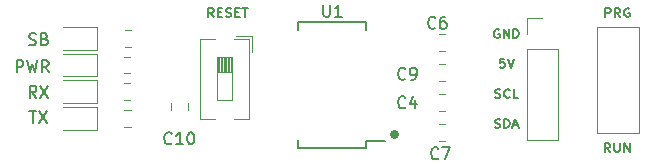
<source format=gbr>
%TF.GenerationSoftware,KiCad,Pcbnew,(5.1.6-0-10_14)*%
%TF.CreationDate,2020-09-27T13:09:56+01:00*%
%TF.ProjectId,OLED_USB_Stick,4f4c4544-5f55-4534-925f-537469636b2e,rev?*%
%TF.SameCoordinates,Original*%
%TF.FileFunction,Legend,Top*%
%TF.FilePolarity,Positive*%
%FSLAX46Y46*%
G04 Gerber Fmt 4.6, Leading zero omitted, Abs format (unit mm)*
G04 Created by KiCad (PCBNEW (5.1.6-0-10_14)) date 2020-09-27 13:09:56*
%MOMM*%
%LPD*%
G01*
G04 APERTURE LIST*
%ADD10C,0.175000*%
%ADD11C,0.800000*%
%ADD12C,0.150000*%
%ADD13C,0.120000*%
G04 APERTURE END LIST*
D10*
X175869619Y-77086666D02*
X175488666Y-77086666D01*
X175450571Y-77420000D01*
X175488666Y-77386666D01*
X175564857Y-77353333D01*
X175755333Y-77353333D01*
X175831523Y-77386666D01*
X175869619Y-77420000D01*
X175907714Y-77486666D01*
X175907714Y-77653333D01*
X175869619Y-77720000D01*
X175831523Y-77753333D01*
X175755333Y-77786666D01*
X175564857Y-77786666D01*
X175488666Y-77753333D01*
X175450571Y-77720000D01*
X176136285Y-77086666D02*
X176402952Y-77786666D01*
X176669619Y-77086666D01*
D11*
X166497000Y-83439000D02*
G75*
G03*
X166497000Y-83439000I0J0D01*
G01*
D10*
X184410476Y-73468666D02*
X184410476Y-72768666D01*
X184715238Y-72768666D01*
X184791428Y-72802000D01*
X184829523Y-72835333D01*
X184867619Y-72902000D01*
X184867619Y-73002000D01*
X184829523Y-73068666D01*
X184791428Y-73102000D01*
X184715238Y-73135333D01*
X184410476Y-73135333D01*
X185667619Y-73468666D02*
X185400952Y-73135333D01*
X185210476Y-73468666D02*
X185210476Y-72768666D01*
X185515238Y-72768666D01*
X185591428Y-72802000D01*
X185629523Y-72835333D01*
X185667619Y-72902000D01*
X185667619Y-73002000D01*
X185629523Y-73068666D01*
X185591428Y-73102000D01*
X185515238Y-73135333D01*
X185210476Y-73135333D01*
X186429523Y-72802000D02*
X186353333Y-72768666D01*
X186239047Y-72768666D01*
X186124761Y-72802000D01*
X186048571Y-72868666D01*
X186010476Y-72935333D01*
X185972380Y-73068666D01*
X185972380Y-73168666D01*
X186010476Y-73302000D01*
X186048571Y-73368666D01*
X186124761Y-73435333D01*
X186239047Y-73468666D01*
X186315238Y-73468666D01*
X186429523Y-73435333D01*
X186467619Y-73402000D01*
X186467619Y-73168666D01*
X186315238Y-73168666D01*
X184829523Y-84898666D02*
X184562857Y-84565333D01*
X184372380Y-84898666D02*
X184372380Y-84198666D01*
X184677142Y-84198666D01*
X184753333Y-84232000D01*
X184791428Y-84265333D01*
X184829523Y-84332000D01*
X184829523Y-84432000D01*
X184791428Y-84498666D01*
X184753333Y-84532000D01*
X184677142Y-84565333D01*
X184372380Y-84565333D01*
X185172380Y-84198666D02*
X185172380Y-84765333D01*
X185210476Y-84832000D01*
X185248571Y-84865333D01*
X185324761Y-84898666D01*
X185477142Y-84898666D01*
X185553333Y-84865333D01*
X185591428Y-84832000D01*
X185629523Y-84765333D01*
X185629523Y-84198666D01*
X186010476Y-84898666D02*
X186010476Y-84198666D01*
X186467619Y-84898666D01*
X186467619Y-84198666D01*
X151238095Y-73468666D02*
X150971428Y-73135333D01*
X150780952Y-73468666D02*
X150780952Y-72768666D01*
X151085714Y-72768666D01*
X151161904Y-72802000D01*
X151200000Y-72835333D01*
X151238095Y-72902000D01*
X151238095Y-73002000D01*
X151200000Y-73068666D01*
X151161904Y-73102000D01*
X151085714Y-73135333D01*
X150780952Y-73135333D01*
X151580952Y-73102000D02*
X151847619Y-73102000D01*
X151961904Y-73468666D02*
X151580952Y-73468666D01*
X151580952Y-72768666D01*
X151961904Y-72768666D01*
X152266666Y-73435333D02*
X152380952Y-73468666D01*
X152571428Y-73468666D01*
X152647619Y-73435333D01*
X152685714Y-73402000D01*
X152723809Y-73335333D01*
X152723809Y-73268666D01*
X152685714Y-73202000D01*
X152647619Y-73168666D01*
X152571428Y-73135333D01*
X152419047Y-73102000D01*
X152342857Y-73068666D01*
X152304761Y-73035333D01*
X152266666Y-72968666D01*
X152266666Y-72902000D01*
X152304761Y-72835333D01*
X152342857Y-72802000D01*
X152419047Y-72768666D01*
X152609523Y-72768666D01*
X152723809Y-72802000D01*
X153066666Y-73102000D02*
X153333333Y-73102000D01*
X153447619Y-73468666D02*
X153066666Y-73468666D01*
X153066666Y-72768666D01*
X153447619Y-72768666D01*
X153676190Y-72768666D02*
X154133333Y-72768666D01*
X153904761Y-73468666D02*
X153904761Y-72768666D01*
X175050571Y-82833333D02*
X175164857Y-82866666D01*
X175355333Y-82866666D01*
X175431523Y-82833333D01*
X175469619Y-82800000D01*
X175507714Y-82733333D01*
X175507714Y-82666666D01*
X175469619Y-82600000D01*
X175431523Y-82566666D01*
X175355333Y-82533333D01*
X175202952Y-82500000D01*
X175126761Y-82466666D01*
X175088666Y-82433333D01*
X175050571Y-82366666D01*
X175050571Y-82300000D01*
X175088666Y-82233333D01*
X175126761Y-82200000D01*
X175202952Y-82166666D01*
X175393428Y-82166666D01*
X175507714Y-82200000D01*
X175850571Y-82866666D02*
X175850571Y-82166666D01*
X176041047Y-82166666D01*
X176155333Y-82200000D01*
X176231523Y-82266666D01*
X176269619Y-82333333D01*
X176307714Y-82466666D01*
X176307714Y-82566666D01*
X176269619Y-82700000D01*
X176231523Y-82766666D01*
X176155333Y-82833333D01*
X176041047Y-82866666D01*
X175850571Y-82866666D01*
X176612476Y-82666666D02*
X176993428Y-82666666D01*
X176536285Y-82866666D02*
X176802952Y-82166666D01*
X177069619Y-82866666D01*
X175069619Y-80293333D02*
X175183904Y-80326666D01*
X175374380Y-80326666D01*
X175450571Y-80293333D01*
X175488666Y-80260000D01*
X175526761Y-80193333D01*
X175526761Y-80126666D01*
X175488666Y-80060000D01*
X175450571Y-80026666D01*
X175374380Y-79993333D01*
X175222000Y-79960000D01*
X175145809Y-79926666D01*
X175107714Y-79893333D01*
X175069619Y-79826666D01*
X175069619Y-79760000D01*
X175107714Y-79693333D01*
X175145809Y-79660000D01*
X175222000Y-79626666D01*
X175412476Y-79626666D01*
X175526761Y-79660000D01*
X176326761Y-80260000D02*
X176288666Y-80293333D01*
X176174380Y-80326666D01*
X176098190Y-80326666D01*
X175983904Y-80293333D01*
X175907714Y-80226666D01*
X175869619Y-80160000D01*
X175831523Y-80026666D01*
X175831523Y-79926666D01*
X175869619Y-79793333D01*
X175907714Y-79726666D01*
X175983904Y-79660000D01*
X176098190Y-79626666D01*
X176174380Y-79626666D01*
X176288666Y-79660000D01*
X176326761Y-79693333D01*
X177050571Y-80326666D02*
X176669619Y-80326666D01*
X176669619Y-79626666D01*
X175412476Y-74580000D02*
X175336285Y-74546666D01*
X175222000Y-74546666D01*
X175107714Y-74580000D01*
X175031523Y-74646666D01*
X174993428Y-74713333D01*
X174955333Y-74846666D01*
X174955333Y-74946666D01*
X174993428Y-75080000D01*
X175031523Y-75146666D01*
X175107714Y-75213333D01*
X175222000Y-75246666D01*
X175298190Y-75246666D01*
X175412476Y-75213333D01*
X175450571Y-75180000D01*
X175450571Y-74946666D01*
X175298190Y-74946666D01*
X175793428Y-75246666D02*
X175793428Y-74546666D01*
X176250571Y-75246666D01*
X176250571Y-74546666D01*
X176631523Y-75246666D02*
X176631523Y-74546666D01*
X176822000Y-74546666D01*
X176936285Y-74580000D01*
X177012476Y-74646666D01*
X177050571Y-74713333D01*
X177088666Y-74846666D01*
X177088666Y-74946666D01*
X177050571Y-75080000D01*
X177012476Y-75146666D01*
X176936285Y-75213333D01*
X176822000Y-75246666D01*
X176631523Y-75246666D01*
D12*
X135612285Y-75842761D02*
X135755142Y-75890380D01*
X135993238Y-75890380D01*
X136088476Y-75842761D01*
X136136095Y-75795142D01*
X136183714Y-75699904D01*
X136183714Y-75604666D01*
X136136095Y-75509428D01*
X136088476Y-75461809D01*
X135993238Y-75414190D01*
X135802761Y-75366571D01*
X135707523Y-75318952D01*
X135659904Y-75271333D01*
X135612285Y-75176095D01*
X135612285Y-75080857D01*
X135659904Y-74985619D01*
X135707523Y-74938000D01*
X135802761Y-74890380D01*
X136040857Y-74890380D01*
X136183714Y-74938000D01*
X136945619Y-75366571D02*
X137088476Y-75414190D01*
X137136095Y-75461809D01*
X137183714Y-75557047D01*
X137183714Y-75699904D01*
X137136095Y-75795142D01*
X137088476Y-75842761D01*
X136993238Y-75890380D01*
X136612285Y-75890380D01*
X136612285Y-74890380D01*
X136945619Y-74890380D01*
X137040857Y-74938000D01*
X137088476Y-74985619D01*
X137136095Y-75080857D01*
X137136095Y-75176095D01*
X137088476Y-75271333D01*
X137040857Y-75318952D01*
X136945619Y-75366571D01*
X136612285Y-75366571D01*
X134556666Y-78176380D02*
X134556666Y-77176380D01*
X134937619Y-77176380D01*
X135032857Y-77224000D01*
X135080476Y-77271619D01*
X135128095Y-77366857D01*
X135128095Y-77509714D01*
X135080476Y-77604952D01*
X135032857Y-77652571D01*
X134937619Y-77700190D01*
X134556666Y-77700190D01*
X135461428Y-77176380D02*
X135699523Y-78176380D01*
X135890000Y-77462095D01*
X136080476Y-78176380D01*
X136318571Y-77176380D01*
X137270952Y-78176380D02*
X136937619Y-77700190D01*
X136699523Y-78176380D02*
X136699523Y-77176380D01*
X137080476Y-77176380D01*
X137175714Y-77224000D01*
X137223333Y-77271619D01*
X137270952Y-77366857D01*
X137270952Y-77509714D01*
X137223333Y-77604952D01*
X137175714Y-77652571D01*
X137080476Y-77700190D01*
X136699523Y-77700190D01*
X136231333Y-80335380D02*
X135898000Y-79859190D01*
X135659904Y-80335380D02*
X135659904Y-79335380D01*
X136040857Y-79335380D01*
X136136095Y-79383000D01*
X136183714Y-79430619D01*
X136231333Y-79525857D01*
X136231333Y-79668714D01*
X136183714Y-79763952D01*
X136136095Y-79811571D01*
X136040857Y-79859190D01*
X135659904Y-79859190D01*
X136564666Y-79335380D02*
X137231333Y-80335380D01*
X137231333Y-79335380D02*
X136564666Y-80335380D01*
X135636095Y-81494380D02*
X136207523Y-81494380D01*
X135921809Y-82494380D02*
X135921809Y-81494380D01*
X136445619Y-81494380D02*
X137112285Y-82494380D01*
X137112285Y-81494380D02*
X136445619Y-82494380D01*
D13*
%TO.C,R3*%
X143705948Y-74588300D02*
X144228452Y-74588300D01*
X143705948Y-76008300D02*
X144228452Y-76008300D01*
%TO.C,D1*%
X141369500Y-81145500D02*
X138509500Y-81145500D01*
X141369500Y-83065500D02*
X141369500Y-81145500D01*
X138509500Y-83065500D02*
X141369500Y-83065500D01*
%TO.C,R1*%
X143693248Y-81395500D02*
X144215752Y-81395500D01*
X143693248Y-82815500D02*
X144215752Y-82815500D01*
%TO.C,R4*%
X143680548Y-76848900D02*
X144203052Y-76848900D01*
X143680548Y-78268900D02*
X144203052Y-78268900D01*
%TO.C,R2*%
X143680548Y-79109500D02*
X144203052Y-79109500D01*
X143680548Y-80529500D02*
X144203052Y-80529500D01*
%TO.C,J3*%
X177740000Y-73600000D02*
X179070000Y-73600000D01*
X177740000Y-74930000D02*
X177740000Y-73600000D01*
X177740000Y-76200000D02*
X180400000Y-76200000D01*
X180400000Y-76200000D02*
X180400000Y-83880000D01*
X177740000Y-76200000D02*
X177740000Y-83880000D01*
X177740000Y-83880000D02*
X180400000Y-83880000D01*
%TO.C,SW2*%
X154281400Y-75330000D02*
X154281400Y-82150000D01*
X150061400Y-75330000D02*
X150061400Y-82150000D01*
X154281400Y-75330000D02*
X152971400Y-75330000D01*
X151371400Y-75330000D02*
X150061400Y-75330000D01*
X154281400Y-82150000D02*
X152971400Y-82150000D01*
X151371400Y-82150000D02*
X150061400Y-82150000D01*
X154521400Y-75090000D02*
X154521400Y-76473000D01*
X154521400Y-75090000D02*
X153138400Y-75090000D01*
X152806400Y-76930000D02*
X151536400Y-76930000D01*
X151536400Y-76930000D02*
X151536400Y-80550000D01*
X151536400Y-80550000D02*
X152806400Y-80550000D01*
X152806400Y-80550000D02*
X152806400Y-76930000D01*
X152686400Y-76930000D02*
X152686400Y-78136667D01*
X152566400Y-76930000D02*
X152566400Y-78136667D01*
X152446400Y-76930000D02*
X152446400Y-78136667D01*
X152326400Y-76930000D02*
X152326400Y-78136667D01*
X152206400Y-76930000D02*
X152206400Y-78136667D01*
X152086400Y-76930000D02*
X152086400Y-78136667D01*
X151966400Y-76930000D02*
X151966400Y-78136667D01*
X151846400Y-76930000D02*
X151846400Y-78136667D01*
X151726400Y-76930000D02*
X151726400Y-78136667D01*
X151606400Y-76930000D02*
X151606400Y-78136667D01*
X152806400Y-78136667D02*
X151536400Y-78136667D01*
%TO.C,SW1*%
X187286900Y-83337400D02*
X183680100Y-83337400D01*
X187286900Y-74320400D02*
X187286900Y-83337400D01*
X183680100Y-74320400D02*
X187286900Y-74320400D01*
X183680100Y-83337400D02*
X183680100Y-74320400D01*
%TO.C,D4*%
X138496800Y-78518900D02*
X141356800Y-78518900D01*
X141356800Y-78518900D02*
X141356800Y-76598900D01*
X141356800Y-76598900D02*
X138496800Y-76598900D01*
%TO.C,C10*%
X147626000Y-81338052D02*
X147626000Y-80815548D01*
X149046000Y-81338052D02*
X149046000Y-80815548D01*
D12*
%TO.C,U1*%
X164165000Y-83998000D02*
X165765000Y-83998000D01*
X164165000Y-73923000D02*
X158415000Y-73923000D01*
X164165000Y-84573000D02*
X158415000Y-84573000D01*
X164165000Y-73923000D02*
X164165000Y-74573000D01*
X158415000Y-73923000D02*
X158415000Y-74573000D01*
X158415000Y-84573000D02*
X158415000Y-83923000D01*
X164165000Y-84573000D02*
X164165000Y-83998000D01*
D13*
%TO.C,D3*%
X141382200Y-74351000D02*
X138522200Y-74351000D01*
X141382200Y-76271000D02*
X141382200Y-74351000D01*
X138522200Y-76271000D02*
X141382200Y-76271000D01*
%TO.C,D2*%
X141356800Y-78859500D02*
X138496800Y-78859500D01*
X141356800Y-80779500D02*
X141356800Y-78859500D01*
X138496800Y-80779500D02*
X141356800Y-80779500D01*
%TO.C,C9*%
X170299748Y-78942000D02*
X170822252Y-78942000D01*
X170299748Y-77522000D02*
X170822252Y-77522000D01*
%TO.C,C7*%
X170299748Y-84022000D02*
X170822252Y-84022000D01*
X170299748Y-82602000D02*
X170822252Y-82602000D01*
%TO.C,C6*%
X170299748Y-76402000D02*
X170822252Y-76402000D01*
X170299748Y-74982000D02*
X170822252Y-74982000D01*
%TO.C,C4*%
X170299748Y-81482000D02*
X170822252Y-81482000D01*
X170299748Y-80062000D02*
X170822252Y-80062000D01*
%TO.C,C10*%
D12*
X147693142Y-84177142D02*
X147645523Y-84224761D01*
X147502666Y-84272380D01*
X147407428Y-84272380D01*
X147264571Y-84224761D01*
X147169333Y-84129523D01*
X147121714Y-84034285D01*
X147074095Y-83843809D01*
X147074095Y-83700952D01*
X147121714Y-83510476D01*
X147169333Y-83415238D01*
X147264571Y-83320000D01*
X147407428Y-83272380D01*
X147502666Y-83272380D01*
X147645523Y-83320000D01*
X147693142Y-83367619D01*
X148645523Y-84272380D02*
X148074095Y-84272380D01*
X148359809Y-84272380D02*
X148359809Y-83272380D01*
X148264571Y-83415238D01*
X148169333Y-83510476D01*
X148074095Y-83558095D01*
X149264571Y-83272380D02*
X149359809Y-83272380D01*
X149455047Y-83320000D01*
X149502666Y-83367619D01*
X149550285Y-83462857D01*
X149597904Y-83653333D01*
X149597904Y-83891428D01*
X149550285Y-84081904D01*
X149502666Y-84177142D01*
X149455047Y-84224761D01*
X149359809Y-84272380D01*
X149264571Y-84272380D01*
X149169333Y-84224761D01*
X149121714Y-84177142D01*
X149074095Y-84081904D01*
X149026476Y-83891428D01*
X149026476Y-83653333D01*
X149074095Y-83462857D01*
X149121714Y-83367619D01*
X149169333Y-83320000D01*
X149264571Y-83272380D01*
%TO.C,U1*%
X160528095Y-72477380D02*
X160528095Y-73286904D01*
X160575714Y-73382142D01*
X160623333Y-73429761D01*
X160718571Y-73477380D01*
X160909047Y-73477380D01*
X161004285Y-73429761D01*
X161051904Y-73382142D01*
X161099523Y-73286904D01*
X161099523Y-72477380D01*
X162099523Y-73477380D02*
X161528095Y-73477380D01*
X161813809Y-73477380D02*
X161813809Y-72477380D01*
X161718571Y-72620238D01*
X161623333Y-72715476D01*
X161528095Y-72763095D01*
%TO.C,C9*%
X167473333Y-78716142D02*
X167425714Y-78763761D01*
X167282857Y-78811380D01*
X167187619Y-78811380D01*
X167044761Y-78763761D01*
X166949523Y-78668523D01*
X166901904Y-78573285D01*
X166854285Y-78382809D01*
X166854285Y-78239952D01*
X166901904Y-78049476D01*
X166949523Y-77954238D01*
X167044761Y-77859000D01*
X167187619Y-77811380D01*
X167282857Y-77811380D01*
X167425714Y-77859000D01*
X167473333Y-77906619D01*
X167949523Y-78811380D02*
X168140000Y-78811380D01*
X168235238Y-78763761D01*
X168282857Y-78716142D01*
X168378095Y-78573285D01*
X168425714Y-78382809D01*
X168425714Y-78001857D01*
X168378095Y-77906619D01*
X168330476Y-77859000D01*
X168235238Y-77811380D01*
X168044761Y-77811380D01*
X167949523Y-77859000D01*
X167901904Y-77906619D01*
X167854285Y-78001857D01*
X167854285Y-78239952D01*
X167901904Y-78335190D01*
X167949523Y-78382809D01*
X168044761Y-78430428D01*
X168235238Y-78430428D01*
X168330476Y-78382809D01*
X168378095Y-78335190D01*
X168425714Y-78239952D01*
%TO.C,C7*%
X170267333Y-85447142D02*
X170219714Y-85494761D01*
X170076857Y-85542380D01*
X169981619Y-85542380D01*
X169838761Y-85494761D01*
X169743523Y-85399523D01*
X169695904Y-85304285D01*
X169648285Y-85113809D01*
X169648285Y-84970952D01*
X169695904Y-84780476D01*
X169743523Y-84685238D01*
X169838761Y-84590000D01*
X169981619Y-84542380D01*
X170076857Y-84542380D01*
X170219714Y-84590000D01*
X170267333Y-84637619D01*
X170600666Y-84542380D02*
X171267333Y-84542380D01*
X170838761Y-85542380D01*
%TO.C,C6*%
X170013333Y-74398142D02*
X169965714Y-74445761D01*
X169822857Y-74493380D01*
X169727619Y-74493380D01*
X169584761Y-74445761D01*
X169489523Y-74350523D01*
X169441904Y-74255285D01*
X169394285Y-74064809D01*
X169394285Y-73921952D01*
X169441904Y-73731476D01*
X169489523Y-73636238D01*
X169584761Y-73541000D01*
X169727619Y-73493380D01*
X169822857Y-73493380D01*
X169965714Y-73541000D01*
X170013333Y-73588619D01*
X170870476Y-73493380D02*
X170680000Y-73493380D01*
X170584761Y-73541000D01*
X170537142Y-73588619D01*
X170441904Y-73731476D01*
X170394285Y-73921952D01*
X170394285Y-74302904D01*
X170441904Y-74398142D01*
X170489523Y-74445761D01*
X170584761Y-74493380D01*
X170775238Y-74493380D01*
X170870476Y-74445761D01*
X170918095Y-74398142D01*
X170965714Y-74302904D01*
X170965714Y-74064809D01*
X170918095Y-73969571D01*
X170870476Y-73921952D01*
X170775238Y-73874333D01*
X170584761Y-73874333D01*
X170489523Y-73921952D01*
X170441904Y-73969571D01*
X170394285Y-74064809D01*
%TO.C,C4*%
X167473333Y-81129142D02*
X167425714Y-81176761D01*
X167282857Y-81224380D01*
X167187619Y-81224380D01*
X167044761Y-81176761D01*
X166949523Y-81081523D01*
X166901904Y-80986285D01*
X166854285Y-80795809D01*
X166854285Y-80652952D01*
X166901904Y-80462476D01*
X166949523Y-80367238D01*
X167044761Y-80272000D01*
X167187619Y-80224380D01*
X167282857Y-80224380D01*
X167425714Y-80272000D01*
X167473333Y-80319619D01*
X168330476Y-80557714D02*
X168330476Y-81224380D01*
X168092380Y-80176761D02*
X167854285Y-80891047D01*
X168473333Y-80891047D01*
%TD*%
M02*

</source>
